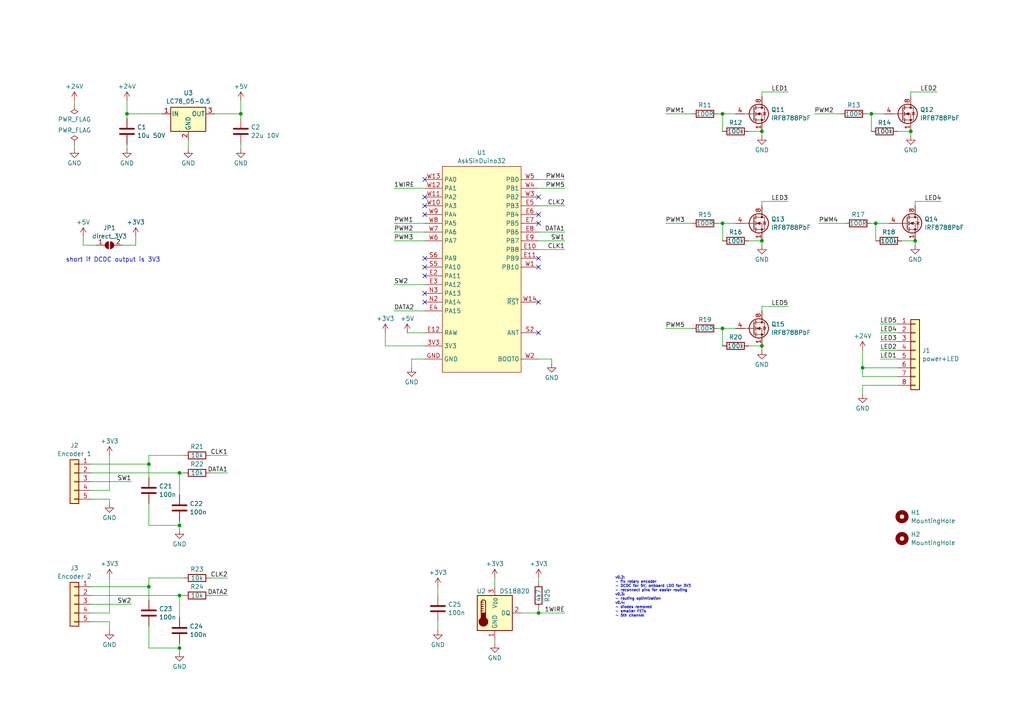
<source format=kicad_sch>
(kicad_sch (version 20230121) (generator eeschema)
  (paper "A4")
  (title_block (title "Dimmer Shield for AskSinDuino32") (date "${myDate}") (rev "${myVersion}"))
  (lib_symbols
    (symbol "Connector_Generic:Conn_01x05" (pin_names (offset 1.016) hide)
      (property "Reference" "J" (at 0 7.62 0))
      (property "Value" "Conn_01x05" (at 0 -7.62 0))
      (symbol "Conn_01x05_1_1"
        (rectangle (start -1.27 -4.953) (end 0 -5.207) (stroke (width 0.1524)))
        (rectangle (start -1.27 -2.413) (end 0 -2.667) (stroke (width 0.1524)))
        (rectangle (start -1.27 0.127) (end 0 -0.127) (stroke (width 0.1524)))
        (rectangle (start -1.27 2.667) (end 0 2.413) (stroke (width 0.1524)))
        (rectangle (start -1.27 5.207) (end 0 4.953) (stroke (width 0.1524)))
        (rectangle (start -1.27 6.35) (end 1.27 -6.35) (stroke (width 0.254)) (fill (type background)))
        (pin passive line (at -5.08 5.08 0) (length 3.81) (name "Pin_1") (number "1"))
        (pin passive line (at -5.08 2.54 0) (length 3.81) (name "Pin_2") (number "2"))
        (pin passive line (at -5.08 0 0) (length 3.81) (name "Pin_3") (number "3"))
        (pin passive line (at -5.08 -2.54 0) (length 3.81) (name "Pin_4") (number "4"))
        (pin passive line (at -5.08 -5.08 0) (length 3.81) (name "Pin_5") (number "5"))
      )
    )
    (symbol "Connector_Generic:Conn_01x08" (pin_names (offset 1.016) hide)
      (property "Reference" "J" (at 0 10.16 0))
      (property "Value" "Conn_01x08" (at 0 -12.7 0))
      (symbol "Conn_01x08_1_1"
        (rectangle (start -1.27 -10.033) (end 0 -10.287) (stroke (width 0.1524)))
        (rectangle (start -1.27 -7.493) (end 0 -7.747) (stroke (width 0.1524)))
        (rectangle (start -1.27 -4.953) (end 0 -5.207) (stroke (width 0.1524)))
        (rectangle (start -1.27 -2.413) (end 0 -2.667) (stroke (width 0.1524)))
        (rectangle (start -1.27 0.127) (end 0 -0.127) (stroke (width 0.1524)))
        (rectangle (start -1.27 2.667) (end 0 2.413) (stroke (width 0.1524)))
        (rectangle (start -1.27 5.207) (end 0 4.953) (stroke (width 0.1524)))
        (rectangle (start -1.27 7.747) (end 0 7.493) (stroke (width 0.1524)))
        (rectangle (start -1.27 8.89) (end 1.27 -11.43) (stroke (width 0.254)) (fill (type background)))
        (pin passive line (at -5.08 7.62 0) (length 3.81) (name "Pin_1") (number "1"))
        (pin passive line (at -5.08 5.08 0) (length 3.81) (name "Pin_2") (number "2"))
        (pin passive line (at -5.08 2.54 0) (length 3.81) (name "Pin_3") (number "3"))
        (pin passive line (at -5.08 0 0) (length 3.81) (name "Pin_4") (number "4"))
        (pin passive line (at -5.08 -2.54 0) (length 3.81) (name "Pin_5") (number "5"))
        (pin passive line (at -5.08 -5.08 0) (length 3.81) (name "Pin_6") (number "6"))
        (pin passive line (at -5.08 -7.62 0) (length 3.81) (name "Pin_7") (number "7"))
        (pin passive line (at -5.08 -10.16 0) (length 3.81) (name "Pin_8") (number "8"))
      )
    )
    (symbol "Device:C" (pin_numbers hide) (pin_names (offset 0.254))
      (property "Reference" "C" (at 0.635 2.54 0))
      (property "Value" "C" (at 0.635 -2.54 0))
      (symbol "C_0_1"
        (polyline (pts (xy -2.032 -0.762) (xy 2.032 -0.762)) (stroke (width 0.508)))
        (polyline (pts (xy -2.032 0.762) (xy 2.032 0.762)) (stroke (width 0.508)))
      )
      (symbol "C_1_1"
        (pin passive line (at 0 3.81 270) (length 2.794) (name "~") (number "1"))
        (pin passive line (at 0 -3.81 90) (length 2.794) (name "~") (number "2"))
      )
    )
    (symbol "Device:R" (pin_numbers hide) (pin_names (offset 0))
      (property "Reference" "R" (at 2.032 0 90))
      (property "Value" "R" (at 0 0 90))
      (symbol "R_0_1"
        (rectangle (start -1.016 -2.54) (end 1.016 2.54) (stroke (width 0.254)))
      )
      (symbol "R_1_1"
        (pin passive line (at 0 3.81 270) (length 1.27) (name "~") (number "1"))
        (pin passive line (at 0 -3.81 90) (length 1.27) (name "~") (number "2"))
      )
    )
    (symbol "Jumper:SolderJumper_2_Open" (pin_names (offset 0) hide)
      (property "Reference" "JP" (at 0 2.032 0))
      (property "Value" "SolderJumper_2_Open" (at 0 -2.54 0))
      (symbol "SolderJumper_2_Open_0_1"
        (arc (start -0.254 1.016) (mid -1.2656 0) (end -0.254 -1.016))
        (arc (start -0.254 1.016) (mid -1.2656 0) (end -0.254 -1.016) (fill (type outline)))
        (polyline (pts (xy -0.254 1.016) (xy -0.254 -1.016)))
        (polyline (pts (xy 0.254 1.016) (xy 0.254 -1.016)))
        (arc (start 0.254 -1.016) (mid 1.2656 0) (end 0.254 1.016))
        (arc (start 0.254 -1.016) (mid 1.2656 0) (end 0.254 1.016) (fill (type outline)))
      )
      (symbol "SolderJumper_2_Open_1_1"
        (pin passive line (at -3.81 0 0) (length 2.54) (name "A") (number "1"))
        (pin passive line (at 3.81 0 180) (length 2.54) (name "B") (number "2"))
      )
    )
    (symbol "Mechanical:MountingHole" (pin_names (offset 1.016))
      (property "Reference" "H" (at 0 5.08 0))
      (property "Value" "MountingHole" (at 0 3.175 0))
      (symbol "MountingHole_0_1"
        (circle (center 0 0) (radius 1.27) (stroke (width 1.27)))
      )
    )
    (symbol "Regulator_Switching:R-78E5.0-0.5" (pin_names (offset 0.254))
      (property "Reference" "U" (at -3.81 3.175 0))
      (property "Value" "R-78E5.0-0.5" (at 0 3.175 0))
      (symbol "R-78E5.0-0.5_0_1"
        (rectangle (start -5.08 1.905) (end 5.08 -5.08) (stroke (width 0.254)) (fill (type background)))
      )
      (symbol "R-78E5.0-0.5_1_1"
        (pin power_in line (at -7.62 0 0) (length 2.54) (name "IN") (number "1"))
        (pin power_in line (at 0 -7.62 90) (length 2.54) (name "GND") (number "2"))
        (pin power_out line (at 7.62 0 180) (length 2.54) (name "OUT") (number "3"))
      )
    )
    (symbol "Sensor_Temperature:DS18B20"
      (property "Reference" "U" (at -3.81 6.35 0))
      (property "Value" "DS18B20" (at 6.35 6.35 0))
      (symbol "DS18B20_0_1"
        (rectangle (start -5.08 5.08) (end 5.08 -5.08) (stroke (width 0.254)) (fill (type background)))
        (circle (center -3.302 -2.54) (radius 1.27) (stroke (width 0.254)) (fill (type outline)))
        (rectangle (start -2.667 -1.905) (end -3.937 0) (stroke (width 0.254)) (fill (type outline)))
        (arc (start -2.667 3.175) (mid -3.302 3.8073) (end -3.937 3.175) (stroke (width 0.254)))
        (polyline (pts (xy -3.937 0.635) (xy -3.302 0.635)) (stroke (width 0.254)))
        (polyline (pts (xy -3.937 1.27) (xy -3.302 1.27)) (stroke (width 0.254)))
        (polyline (pts (xy -3.937 1.905) (xy -3.302 1.905)) (stroke (width 0.254)))
        (polyline (pts (xy -3.937 2.54) (xy -3.302 2.54)) (stroke (width 0.254)))
        (polyline (pts (xy -3.937 3.175) (xy -3.937 0)) (stroke (width 0.254)))
        (polyline (pts (xy -3.937 3.175) (xy -3.302 3.175)) (stroke (width 0.254)))
        (polyline (pts (xy -2.667 3.175) (xy -2.667 0)) (stroke (width 0.254)))
      )
      (symbol "DS18B20_1_1"
        (pin power_in line (at 0 -7.62 90) (length 2.54) (name "GND") (number "1"))
        (pin bidirectional line (at 7.62 0 180) (length 2.54) (name "DQ") (number "2"))
        (pin power_in line (at 0 7.62 270) (length 2.54) (name "V_{DD}") (number "3"))
      )
    )
    (symbol "Transistor_FET:IRF8721PBF-1" (pin_names hide)
      (property "Reference" "Q" (at 5.08 2.54 0))
      (property "Value" "IRF8721PBF-1" (at 5.08 0 0))
      (symbol "IRF8721PBF-1_0_1"
        (polyline (pts (xy 0.254 0) (xy -2.54 0)))
        (polyline (pts (xy 0.254 1.905) (xy 0.254 -1.905)) (stroke (width 0.254)))
        (polyline (pts (xy 0.762 -1.27) (xy 0.762 -2.286)) (stroke (width 0.254)))
        (polyline (pts (xy 0.762 0.508) (xy 0.762 -0.508)) (stroke (width 0.254)))
        (polyline (pts (xy 0.762 2.286) (xy 0.762 1.27)) (stroke (width 0.254)))
        (polyline (pts (xy 2.54 2.54) (xy 2.54 1.778)))
        (polyline (pts (xy 2.54 -2.54) (xy 2.54 0) (xy 0.762 0)))
        (polyline (pts (xy 0.762 -1.778) (xy 3.302 -1.778) (xy 3.302 1.778) (xy 0.762 1.778)))
        (polyline (pts (xy 1.016 0) (xy 2.032 0.381) (xy 2.032 -0.381) (xy 1.016 0)) (fill (type outline)))
        (polyline (pts (xy 2.794 0.508) (xy 2.921 0.381) (xy 3.683 0.381) (xy 3.81 0.254)))
        (polyline (pts (xy 3.302 0.381) (xy 2.921 -0.254) (xy 3.683 -0.254) (xy 3.302 0.381)))
        (circle (center 1.651 0) (radius 2.794) (stroke (width 0.254)))
        (circle (center 2.54 -1.778) (radius 0.254) (fill (type outline)))
        (circle (center 2.54 1.778) (radius 0.254) (fill (type outline)))
      )
      (symbol "IRF8721PBF-1_1_1"
        (pin passive line (at 2.54 -5.08 90) (length 2.54) (name "S") (number "1"))
        (pin passive line (at 2.54 -5.08 90) (length 2.54) hide (name "S") (number "2"))
        (pin passive line (at 2.54 -5.08 90) (length 2.54) hide (name "S") (number "3"))
        (pin input line (at -5.08 0 0) (length 2.54) (name "G") (number "4"))
        (pin passive line (at 2.54 5.08 270) (length 2.54) hide (name "D") (number "5"))
        (pin passive line (at 2.54 5.08 270) (length 2.54) hide (name "D") (number "6"))
        (pin passive line (at 2.54 5.08 270) (length 2.54) hide (name "D") (number "7"))
        (pin passive line (at 2.54 5.08 270) (length 2.54) (name "D") (number "8"))
      )
    )
    (symbol "myRadioModules:AskSinDuino32"
      (property "Reference" "U" (at -10.16 30.48 0))
      (property "Value" "AskSinDuino32" (at 0 -31.75 0))
      (symbol "AskSinDuino32_1_0"
        (pin power_in line (at -16.51 -22.86 0) (length 5.08) (name "3V3") (number "3V3"))
        (pin passive line (at 16.51 5.08 180) (length 5.08) (name "PB8") (number "E10"))
        (pin passive line (at 16.51 2.54 180) (length 5.08) (name "PB9") (number "E11"))
        (pin power_in line (at -16.51 -19.05 0) (length 5.08) (name "RAW") (number "E12"))
        (pin passive line (at -16.51 -2.54 0) (length 5.08) (name "PA11") (number "E2"))
        (pin passive line (at -16.51 -5.08 0) (length 5.08) (name "PA12") (number "E3"))
        (pin passive line (at -16.51 -12.7 0) (length 5.08) (name "PA15") (number "E4"))
        (pin passive line (at 16.51 17.78 180) (length 5.08) (name "PB3") (number "E5"))
        (pin passive line (at 16.51 15.24 180) (length 5.08) (name "PB4") (number "E6"))
        (pin passive line (at 16.51 12.7 180) (length 5.08) (name "PB5") (number "E7"))
        (pin passive line (at 16.51 10.16 180) (length 5.08) (name "PB6") (number "E8"))
        (pin passive line (at 16.51 7.62 180) (length 5.08) (name "PB7") (number "E9"))
        (pin power_in line (at -16.51 -26.67 0) (length 5.08) (name "GND") (number "GND"))
        (pin passive line (at -16.51 -10.16 0) (length 5.08) (name "PA14") (number "N2"))
        (pin passive line (at -16.51 -7.62 0) (length 5.08) (name "PA13") (number "N3"))
        (pin passive line (at 16.51 -19.05 180) (length 5.08) (name "ANT") (number "S2"))
        (pin passive line (at -16.51 0 0) (length 5.08) (name "PA10") (number "S5"))
        (pin passive line (at -16.51 2.54 0) (length 5.08) (name "PA9") (number "S6"))
        (pin passive line (at 16.51 0 180) (length 5.08) (name "PB10") (number "W1"))
        (pin passive line (at -16.51 17.78 0) (length 5.08) (name "PA3") (number "W10"))
        (pin passive line (at -16.51 20.32 0) (length 5.08) (name "PA2") (number "W11"))
        (pin passive line (at -16.51 22.86 0) (length 5.08) (name "PA1") (number "W12"))
        (pin passive line (at -16.51 25.4 0) (length 5.08) (name "PA0") (number "W13"))
        (pin passive line (at 16.51 -26.67 180) (length 5.08) (name "BOOT0") (number "W2"))
        (pin passive line (at 16.51 20.32 180) (length 5.08) (name "PB2") (number "W3"))
        (pin passive line (at 16.51 22.86 180) (length 5.08) (name "PB1") (number "W4"))
        (pin passive line (at -16.51 7.62 0) (length 5.08) (name "PA7") (number "W6"))
        (pin passive line (at -16.51 10.16 0) (length 5.08) (name "PA6") (number "W7"))
        (pin passive line (at -16.51 12.7 0) (length 5.08) (name "PA5") (number "W8"))
        (pin passive line (at -16.51 15.24 0) (length 5.08) (name "PA4") (number "W9"))
      )
      (symbol "AskSinDuino32_1_1"
        (rectangle (start -11.43 29.21) (end 11.43 -30.48) (fill (type background)))
        (pin passive line (at 16.51 -10.16 180) (length 5.08) (name "~{RST}") (number "W14"))
        (pin passive line (at 16.51 25.4 180) (length 5.08) (name "PB0") (number "W5"))
      )
    )
    (symbol "power:+24V" (power) (pin_names (offset 0))
      (property "Value" "+24V" (at 0 3.556 0))
      (symbol "+24V_0_1"
        (polyline (pts (xy -0.762 1.27) (xy 0 2.54)))
        (polyline (pts (xy 0 0) (xy 0 2.54)))
        (polyline (pts (xy 0 2.54) (xy 0.762 1.27)))
      )
      (symbol "+24V_1_1"
        (pin power_in line (at 0 0 90) (length 0) hide (name "+24V") (number "1"))
      )
    )
    (symbol "power:+3V3" (power) (pin_names (offset 0))
      (property "Value" "+3V3" (at 0 3.556 0))
      (symbol "+3V3_0_1"
        (polyline (pts (xy -0.762 1.27) (xy 0 2.54)))
        (polyline (pts (xy 0 0) (xy 0 2.54)))
        (polyline (pts (xy 0 2.54) (xy 0.762 1.27)))
      )
      (symbol "+3V3_1_1"
        (pin power_in line (at 0 0 90) (length 0) hide (name "+3V3") (number "1"))
      )
    )
    (symbol "power:+5V" (power) (pin_names (offset 0))
      (property "Value" "+5V" (at 0 3.556 0))
      (symbol "+5V_0_1"
        (polyline (pts (xy -0.762 1.27) (xy 0 2.54)))
        (polyline (pts (xy 0 0) (xy 0 2.54)))
        (polyline (pts (xy 0 2.54) (xy 0.762 1.27)))
      )
      (symbol "+5V_1_1"
        (pin power_in line (at 0 0 90) (length 0) hide (name "+5V") (number "1"))
      )
    )
    (symbol "power:GND" (power) (pin_names (offset 0))
      (property "Value" "GND" (at 0 -3.81 0))
      (symbol "GND_0_1"
        (polyline (pts (xy 0 0) (xy 0 -1.27) (xy 1.27 -1.27) (xy 0 -2.54) (xy -1.27 -1.27) (xy 0 -1.27)))
      )
      (symbol "GND_1_1"
        (pin power_in line (at 0 0 270) (length 0) hide (name "GND") (number "1"))
      )
    )
    (symbol "power:PWR_FLAG" (power) (pin_numbers hide) (pin_names (offset 0) hide)
      (property "Value" "PWR_FLAG" (at 0 3.81 0))
      (symbol "PWR_FLAG_0_0"
        (pin power_out line (at 0 0 90) (length 0) (name "pwr") (number "1"))
      )
      (symbol "PWR_FLAG_0_1"
        (polyline (pts (xy 0 0) (xy 0 1.27) (xy -1.016 1.905) (xy 0 2.54) (xy 1.016 1.905) (xy 0 1.27)))
      )
    )
  )
  (junction (at 43.18 134.62))
  (junction (at 220.98 69.85))
  (junction (at 209.55 64.77))
  (junction (at 252.73 33.02))
  (junction (at 220.98 38.1))
  (junction (at 264.16 38.1))
  (junction (at 52.07 152.4))
  (junction (at 220.98 100.33))
  (junction (at 69.85 33.02))
  (junction (at 52.07 172.72))
  (junction (at 156.21 177.8))
  (junction (at 52.07 137.16))
  (junction (at 36.83 33.02))
  (junction (at 265.43 69.85))
  (junction (at 209.55 95.25))
  (junction (at 209.55 33.02))
  (junction (at 250.19 106.68))
  (junction (at 43.18 170.18))
  (junction (at 52.07 187.96))
  (junction (at 254 64.77))
  (no_connect (at 123.19 85.09))
  (no_connect (at 123.19 52.07))
  (no_connect (at 156.21 96.52))
  (no_connect (at 123.19 62.23))
  (no_connect (at 123.19 77.47))
  (no_connect (at 123.19 57.15))
  (no_connect (at 156.21 62.23))
  (no_connect (at 123.19 74.93))
  (no_connect (at 156.21 77.47))
  (no_connect (at 156.21 64.77))
  (no_connect (at 156.21 87.63))
  (no_connect (at 156.21 57.15))
  (no_connect (at 156.21 74.93))
  (no_connect (at 123.19 59.69))
  (no_connect (at 123.19 80.01))
  (no_connect (at 123.19 87.63))
  (wire (pts (xy 264.16 38.1) (xy 264.16 39.37)))
  (wire (pts (xy 114.3 64.77) (xy 123.19 64.77)))
  (wire (pts (xy 43.18 134.62) (xy 43.18 138.43)))
  (wire (pts (xy 114.3 90.17) (xy 123.19 90.17)))
  (wire (pts (xy 208.28 95.25) (xy 209.55 95.25)))
  (wire (pts (xy 26.67 142.24) (xy 31.75 142.24)))
  (wire (pts (xy 31.75 144.78) (xy 31.75 146.05)))
  (wire (pts (xy 193.04 33.02) (xy 200.66 33.02)))
  (wire (pts (xy 156.21 69.85) (xy 163.83 69.85)))
  (wire (pts (xy 21.59 41.91) (xy 21.59 43.18)))
  (wire (pts (xy 260.35 106.68) (xy 250.19 106.68)))
  (wire (pts (xy 208.28 64.77) (xy 209.55 64.77)))
  (wire (pts (xy 60.96 167.64) (xy 66.04 167.64)))
  (wire (pts (xy 62.23 33.02) (xy 69.85 33.02)))
  (wire (pts (xy 250.19 109.22) (xy 250.19 106.68)))
  (wire (pts (xy 26.67 137.16) (xy 52.07 137.16)))
  (wire (pts (xy 52.07 153.67) (xy 52.07 152.4)))
  (wire (pts (xy 36.83 34.29) (xy 36.83 33.02)))
  (wire (pts (xy 220.98 88.9) (xy 228.6 88.9)))
  (wire (pts (xy 220.98 27.94) (xy 220.98 26.67)))
  (wire (pts (xy 255.27 101.6) (xy 260.35 101.6)))
  (wire (pts (xy 52.07 189.23) (xy 52.07 187.96)))
  (wire (pts (xy 26.67 139.7) (xy 38.1 139.7)))
  (wire (pts (xy 217.17 69.85) (xy 220.98 69.85)))
  (wire (pts (xy 260.35 38.1) (xy 264.16 38.1)))
  (wire (pts (xy 217.17 38.1) (xy 220.98 38.1)))
  (wire (pts (xy 26.67 180.34) (xy 31.75 180.34)))
  (wire (pts (xy 255.27 93.98) (xy 260.35 93.98)))
  (wire (pts (xy 220.98 100.33) (xy 220.98 101.6)))
  (wire (pts (xy 220.98 26.67) (xy 228.6 26.67)))
  (wire (pts (xy 193.04 95.25) (xy 200.66 95.25)))
  (wire (pts (xy 156.21 177.8) (xy 163.83 177.8)))
  (wire (pts (xy 209.55 95.25) (xy 209.55 100.33)))
  (wire (pts (xy 119.38 104.14) (xy 123.19 104.14)))
  (wire (pts (xy 255.27 104.14) (xy 260.35 104.14)))
  (wire (pts (xy 24.13 68.58) (xy 24.13 71.12)))
  (wire (pts (xy 26.67 170.18) (xy 43.18 170.18)))
  (wire (pts (xy 26.67 134.62) (xy 43.18 134.62)))
  (wire (pts (xy 252.73 33.02) (xy 256.54 33.02)))
  (wire (pts (xy 208.28 33.02) (xy 209.55 33.02)))
  (wire (pts (xy 209.55 95.25) (xy 213.36 95.25)))
  (wire (pts (xy 160.02 105.41) (xy 160.02 104.14)))
  (wire (pts (xy 24.13 71.12) (xy 27.94 71.12)))
  (wire (pts (xy 217.17 100.33) (xy 220.98 100.33)))
  (wire (pts (xy 26.67 175.26) (xy 38.1 175.26)))
  (wire (pts (xy 127 170.18) (xy 127 172.72)))
  (wire (pts (xy 111.76 96.52) (xy 111.76 100.33)))
  (wire (pts (xy 254 64.77) (xy 254 69.85)))
  (wire (pts (xy 265.43 58.42) (xy 273.05 58.42)))
  (wire (pts (xy 250.19 101.6) (xy 250.19 106.68)))
  (wire (pts (xy 209.55 64.77) (xy 209.55 69.85)))
  (wire (pts (xy 35.56 71.12) (xy 39.37 71.12)))
  (wire (pts (xy 156.21 67.31) (xy 163.83 67.31)))
  (wire (pts (xy 251.46 33.02) (xy 252.73 33.02)))
  (wire (pts (xy 36.83 29.21) (xy 36.83 33.02)))
  (wire (pts (xy 255.27 99.06) (xy 260.35 99.06)))
  (wire (pts (xy 193.04 64.77) (xy 200.66 64.77)))
  (wire (pts (xy 255.27 96.52) (xy 260.35 96.52)))
  (wire (pts (xy 209.55 64.77) (xy 213.36 64.77)))
  (wire (pts (xy 52.07 172.72) (xy 53.34 172.72)))
  (wire (pts (xy 220.98 58.42) (xy 228.6 58.42)))
  (wire (pts (xy 209.55 33.02) (xy 209.55 38.1)))
  (wire (pts (xy 220.98 38.1) (xy 220.98 39.37)))
  (wire (pts (xy 39.37 68.58) (xy 39.37 71.12)))
  (wire (pts (xy 31.75 167.64) (xy 31.75 177.8)))
  (wire (pts (xy 209.55 33.02) (xy 213.36 33.02)))
  (wire (pts (xy 114.3 67.31) (xy 123.19 67.31)))
  (wire (pts (xy 252.73 64.77) (xy 254 64.77)))
  (wire (pts (xy 43.18 167.64) (xy 43.18 170.18)))
  (wire (pts (xy 156.21 72.39) (xy 163.83 72.39)))
  (wire (pts (xy 52.07 137.16) (xy 53.34 137.16)))
  (wire (pts (xy 52.07 137.16) (xy 52.07 143.51)))
  (wire (pts (xy 220.98 59.69) (xy 220.98 58.42)))
  (wire (pts (xy 252.73 33.02) (xy 252.73 38.1)))
  (wire (pts (xy 127 180.34) (xy 127 182.88)))
  (wire (pts (xy 220.98 90.17) (xy 220.98 88.9)))
  (wire (pts (xy 119.38 106.68) (xy 119.38 104.14)))
  (wire (pts (xy 220.98 69.85) (xy 220.98 71.12)))
  (wire (pts (xy 260.35 109.22) (xy 250.19 109.22)))
  (wire (pts (xy 254 64.77) (xy 257.81 64.77)))
  (wire (pts (xy 69.85 34.29) (xy 69.85 33.02)))
  (wire (pts (xy 43.18 132.08) (xy 43.18 134.62)))
  (wire (pts (xy 60.96 132.08) (xy 66.04 132.08)))
  (wire (pts (xy 52.07 186.69) (xy 52.07 187.96)))
  (wire (pts (xy 236.22 33.02) (xy 243.84 33.02)))
  (wire (pts (xy 143.51 167.64) (xy 143.51 170.18)))
  (wire (pts (xy 43.18 170.18) (xy 43.18 173.99)))
  (wire (pts (xy 151.13 177.8) (xy 156.21 177.8)))
  (wire (pts (xy 156.21 167.64) (xy 156.21 168.91)))
  (wire (pts (xy 54.61 40.64) (xy 54.61 43.18)))
  (wire (pts (xy 114.3 69.85) (xy 123.19 69.85)))
  (wire (pts (xy 111.76 100.33) (xy 123.19 100.33)))
  (wire (pts (xy 43.18 146.05) (xy 43.18 152.4)))
  (wire (pts (xy 26.67 144.78) (xy 31.75 144.78)))
  (wire (pts (xy 118.11 96.52) (xy 123.19 96.52)))
  (wire (pts (xy 26.67 172.72) (xy 52.07 172.72)))
  (wire (pts (xy 261.62 69.85) (xy 265.43 69.85)))
  (wire (pts (xy 31.75 180.34) (xy 31.75 182.88)))
  (wire (pts (xy 43.18 181.61) (xy 43.18 187.96)))
  (wire (pts (xy 156.21 176.53) (xy 156.21 177.8)))
  (wire (pts (xy 31.75 132.08) (xy 31.75 142.24)))
  (wire (pts (xy 114.3 82.55) (xy 123.19 82.55)))
  (wire (pts (xy 26.67 177.8) (xy 31.75 177.8)))
  (wire (pts (xy 36.83 33.02) (xy 46.99 33.02)))
  (wire (pts (xy 21.59 29.21) (xy 21.59 30.48)))
  (wire (pts (xy 52.07 152.4) (xy 43.18 152.4)))
  (wire (pts (xy 43.18 187.96) (xy 52.07 187.96)))
  (wire (pts (xy 53.34 132.08) (xy 43.18 132.08)))
  (wire (pts (xy 265.43 59.69) (xy 265.43 58.42)))
  (wire (pts (xy 237.49 64.77) (xy 245.11 64.77)))
  (wire (pts (xy 52.07 172.72) (xy 52.07 179.07)))
  (wire (pts (xy 114.3 54.61) (xy 123.19 54.61)))
  (wire (pts (xy 52.07 151.13) (xy 52.07 152.4)))
  (wire (pts (xy 156.21 52.07) (xy 163.83 52.07)))
  (wire (pts (xy 156.21 54.61) (xy 163.83 54.61)))
  (wire (pts (xy 143.51 185.42) (xy 143.51 186.69)))
  (wire (pts (xy 69.85 41.91) (xy 69.85 43.18)))
  (wire (pts (xy 264.16 26.67) (xy 271.78 26.67)))
  (wire (pts (xy 36.83 41.91) (xy 36.83 43.18)))
  (wire (pts (xy 53.34 167.64) (xy 43.18 167.64)))
  (wire (pts (xy 250.19 111.76) (xy 250.19 114.3)))
  (wire (pts (xy 250.19 111.76) (xy 260.35 111.76)))
  (wire (pts (xy 264.16 27.94) (xy 264.16 26.67)))
  (wire (pts (xy 160.02 104.14) (xy 156.21 104.14)))
  (wire (pts (xy 60.96 137.16) (xy 66.04 137.16)))
  (wire (pts (xy 265.43 69.85) (xy 265.43 71.12)))
  (wire (pts (xy 69.85 33.02) (xy 69.85 29.21)))
  (wire (pts (xy 60.96 172.72) (xy 66.04 172.72)))
  (wire (pts (xy 156.21 59.69) (xy 163.83 59.69)))
  (text_box "v0.2:\n- fix rotary encoder\n- DCDC for 5V, onboard LDO for 3V3\n- reconnect pins for easier routing\nv0.3:\n- routing optimization\nv0.4:\n- diodes removed\n- smaller FETs\n- 5th channel" (at 177.8 166.37 0) (size 52.07 15.24) (stroke (width -0.0001)) (effects (font (size 0.762 0.762)) (justify left top)))
  (text "short if DCDC output is 3V3" (at 19.05 76.2 0) (effects (font (size 1.27 1.27)) (justify left bottom)))
  (label "PWM5" (at 163.83 54.61 180))
  (label "LED4" (at 273.05 58.42 180))
  (label "PWM3" (at 114.3 69.85 0))
  (label "CLK2" (at 66.04 167.64 180))
  (label "PWM2" (at 236.22 33.02 0))
  (label "1WIRE" (at 163.83 177.8 180))
  (label "PWM5" (at 193.04 95.25 0))
  (label "LED1" (at 228.6 26.67 180))
  (label "PWM4" (at 237.49 64.77 0))
  (label "PWM2" (at 114.3 67.31 0))
  (label "DATA2" (at 66.04 172.72 180))
  (label "LED5" (at 228.6 88.9 180))
  (label "PWM1" (at 114.3 64.77 0))
  (label "DATA2" (at 114.3 90.17 0))
  (label "LED2" (at 255.27 101.6 0))
  (label "PWM4" (at 163.83 52.07 180))
  (label "1WIRE" (at 114.3 54.61 0))
  (label "LED1" (at 255.27 104.14 0))
  (label "LED4" (at 255.27 96.52 0))
  (label "DATA1" (at 66.04 137.16 180))
  (label "SW2" (at 38.1 175.26 180))
  (label "LED5" (at 255.27 93.98 0))
  (label "LED3" (at 255.27 99.06 0))
  (label "LED2" (at 271.78 26.67 180))
  (label "CLK2" (at 163.83 59.69 180))
  (label "PWM1" (at 193.04 33.02 0))
  (label "CLK1" (at 163.83 72.39 180))
  (label "PWM3" (at 193.04 64.77 0))
  (label "SW1" (at 163.83 69.85 180))
  (label "SW2" (at 114.3 82.55 0))
  (label "SW1" (at 38.1 139.7 180))
  (label "LED3" (at 228.6 58.42 180))
  (label "CLK1" (at 66.04 132.08 180))
  (label "DATA1" (at 163.83 67.31 180))
  (symbol (lib_id "power:+3V3") (at 31.75 167.64 0) (unit 1)
    (property "Reference" "#PWR031" (effects hide))
    (property "Value" "+3V3" (at 31.75 163.5069 0))
  )
  (symbol (lib_id "Device:R") (at 248.92 64.77 90) (unit 1)
    (property "Reference" "R17" (at 248.92 62.23 90))
    (property "Value" "100R" (at 248.92 64.77 90))
    (property "Footprint" "Resistor_SMD:R_0805_2012Metric_Pad1.20x1.40mm_HandSolder" (effects hide))
  )
  (symbol (lib_id "Device:R") (at 256.54 38.1 270) (unit 1)
    (property "Reference" "R14" (at 256.54 35.56 90))
    (property "Value" "100k" (at 256.54 38.1 90))
    (property "Footprint" "Resistor_SMD:R_0805_2012Metric_Pad1.20x1.40mm_HandSolder" (effects hide))
  )
  (symbol (lib_id "Regulator_Switching:R-78E5.0-0.5") (at 54.61 33.02 0) (unit 1)
    (property "Reference" "U3" (at 54.61 26.9707 0))
    (property "Value" "LC78_05-0.5" (at 54.61 29.3949 0))
    (property "Footprint" "myPowerModules:SIP3_11.6x6.0mm" (effects hide))
    (property "Datasheet" "https://gaptec-electronic.com/datenblaetter/LC78_0.5.pdf" (effects hide))
  )
  (symbol (lib_id "power:GND") (at 143.51 186.69 0) (unit 1)
    (property "Reference" "#PWR01" (effects hide))
    (property "Value" "GND" (at 143.51 190.8231 0))
  )
  (symbol (lib_id "power:+24V") (at 21.59 29.21 0) (unit 1)
    (property "Reference" "#PWR024" (effects hide))
    (property "Value" "+24V" (at 21.59 25.0769 0))
  )
  (symbol (lib_id "power:GND") (at 265.43 71.12 0) (unit 1)
    (property "Reference" "#PWR011" (effects hide))
    (property "Value" "GND" (at 265.43 75.2531 0))
  )
  (symbol (lib_id "Device:R") (at 57.15 132.08 90) (unit 1)
    (property "Reference" "R21" (at 57.15 129.54 90))
    (property "Value" "10k" (at 57.15 132.08 90))
    (property "Footprint" "Resistor_SMD:R_0805_2012Metric_Pad1.20x1.40mm_HandSolder" (effects hide))
  )
  (symbol (lib_id "power:+3V3") (at 156.21 167.64 0) (unit 1)
    (property "Reference" "#PWR027" (effects hide))
    (property "Value" "+3V3" (at 156.21 163.5069 0))
  )
  (symbol (lib_id "power:GND") (at 220.98 101.6 0) (unit 1)
    (property "Reference" "#PWR020" (effects hide))
    (property "Value" "GND" (at 220.98 105.7331 0))
  )
  (symbol (lib_id "power:GND") (at 250.19 114.3 0) (unit 1)
    (property "Reference" "#PWR019" (effects hide))
    (property "Value" "GND" (at 250.19 118.4331 0))
  )
  (symbol (lib_id "Device:C") (at 69.85 38.1 0) (unit 1)
    (property "Reference" "C2" (at 72.771 36.8879 0) (effects (justify left)))
    (property "Value" "22u 10V" (at 72.771 39.3121 0) (effects (justify left)))
    (property "Footprint" "Capacitor_SMD:C_1206_3216Metric_Pad1.33x1.80mm_HandSolder" (effects hide))
  )
  (symbol (lib_id "Device:R") (at 204.47 33.02 90) (unit 1)
    (property "Reference" "R11" (at 204.47 30.48 90))
    (property "Value" "100R" (at 204.47 33.02 90))
    (property "Footprint" "Resistor_SMD:R_0805_2012Metric_Pad1.20x1.40mm_HandSolder" (effects hide))
  )
  (symbol (lib_id "Transistor_FET:IRF8721PBF-1") (at 218.44 64.77 0) (unit 1)
    (property "Reference" "Q13" (at 223.647 63.5579 0) (effects (justify left)))
    (property "Value" "IRF8788PbF" (at 223.647 65.9821 0) (effects (justify left)))
    (property "Footprint" "Package_SO:SOIC-8_3.9x4.9mm_P1.27mm" (effects hide))
    (property "Datasheet" "https://www.infineon.com/dgdl/irf8788pbf.pdf" (effects hide))
  )
  (symbol (lib_id "Device:R") (at 247.65 33.02 90) (unit 1)
    (property "Reference" "R13" (at 247.65 30.48 90))
    (property "Value" "100R" (at 247.65 33.02 90))
    (property "Footprint" "Resistor_SMD:R_0805_2012Metric_Pad1.20x1.40mm_HandSolder" (effects hide))
  )
  (symbol (lib_id "Device:C") (at 36.83 38.1 0) (unit 1)
    (property "Reference" "C1" (at 39.751 36.8879 0) (effects (justify left)))
    (property "Value" "10u 50V" (at 39.751 39.3121 0) (effects (justify left)))
    (property "Footprint" "Capacitor_SMD:C_1210_3225Metric_Pad1.33x2.70mm_HandSolder" (effects hide))
  )
  (symbol (lib_id "power:GND") (at 160.02 105.41 0) (unit 1)
    (property "Reference" "#PWR08" (effects hide))
    (property "Value" "GND" (at 160.02 109.5431 0))
  )
  (symbol (lib_id "Device:R") (at 213.36 100.33 270) (unit 1)
    (property "Reference" "R20" (at 213.36 97.79 90))
    (property "Value" "100k" (at 213.36 100.33 90))
    (property "Footprint" "Resistor_SMD:R_0805_2012Metric_Pad1.20x1.40mm_HandSolder" (effects hide))
  )
  (symbol (lib_id "power:+3V3") (at 143.51 167.64 0) (unit 1)
    (property "Reference" "#PWR04" (effects hide))
    (property "Value" "+3V3" (at 143.51 163.5069 0))
  )
  (symbol (lib_id "power:+24V") (at 36.83 29.21 0) (unit 1)
    (property "Reference" "#PWR015" (effects hide))
    (property "Value" "+24V" (at 36.83 25.0769 0))
  )
  (symbol (lib_id "power:GND") (at 119.38 106.68 0) (unit 1)
    (property "Reference" "#PWR06" (effects hide))
    (property "Value" "GND" (at 119.38 110.8131 0))
  )
  (symbol (lib_id "power:GND") (at 21.59 43.18 0) (unit 1)
    (property "Reference" "#PWR025" (effects hide))
    (property "Value" "GND" (at 21.59 47.3131 0))
  )
  (symbol (lib_id "Device:C") (at 127 176.53 0) (unit 1)
    (property "Reference" "C25" (at 129.921 175.3179 0) (effects (justify left)))
    (property "Value" "100n" (at 129.921 177.7421 0) (effects (justify left)))
    (property "Footprint" "Capacitor_SMD:C_0805_2012Metric_Pad1.18x1.45mm_HandSolder" (effects hide))
  )
  (symbol (lib_id "power:+5V") (at 24.13 68.58 0) (unit 1)
    (property "Reference" "#PWR033" (effects hide))
    (property "Value" "+5V" (at 24.13 64.4469 0))
  )
  (symbol (lib_id "Connector_Generic:Conn_01x08") (at 265.43 101.6 0) (unit 1)
    (property "Reference" "J1" (at 267.462 101.6579 0) (effects (justify left)))
    (property "Value" "power+LED" (at 267.462 104.0821 0) (effects (justify left)))
    (property "Footprint" "Wago-P-250:P-250-208" (effects hide))
  )
  (symbol (lib_id "power:+3V3") (at 111.76 96.52 0) (unit 1)
    (property "Reference" "#PWR05" (effects hide))
    (property "Value" "+3V3" (at 111.76 92.3869 0))
  )
  (symbol (lib_id "Device:R") (at 213.36 69.85 270) (unit 1)
    (property "Reference" "R16" (at 213.36 67.31 90))
    (property "Value" "100k" (at 213.36 69.85 90))
    (property "Footprint" "Resistor_SMD:R_0805_2012Metric_Pad1.20x1.40mm_HandSolder" (effects hide))
  )
  (symbol (lib_id "Device:C") (at 43.18 177.8 0) (unit 1)
    (property "Reference" "C23" (at 46.101 176.5879 0) (effects (justify left)))
    (property "Value" "100n" (at 46.101 179.0121 0) (effects (justify left)))
    (property "Footprint" "Capacitor_SMD:C_0805_2012Metric_Pad1.18x1.45mm_HandSolder" (effects hide))
  )
  (symbol (lib_id "power:GND") (at 264.16 39.37 0) (unit 1)
    (property "Reference" "#PWR09" (effects hide))
    (property "Value" "GND" (at 264.16 43.5031 0))
  )
  (symbol (lib_id "power:GND") (at 54.61 43.18 0) (unit 1)
    (property "Reference" "#PWR07" (effects hide))
    (property "Value" "GND" (at 54.61 47.3131 0))
  )
  (symbol (lib_id "power:GND") (at 69.85 43.18 0) (unit 1)
    (property "Reference" "#PWR034" (effects hide))
    (property "Value" "GND" (at 69.85 47.3131 0))
  )
  (symbol (lib_id "power:GND") (at 220.98 39.37 0) (unit 1)
    (property "Reference" "#PWR02" (effects hide))
    (property "Value" "GND" (at 220.98 43.5031 0))
  )
  (symbol (lib_id "Device:R") (at 204.47 95.25 90) (unit 1)
    (property "Reference" "R19" (at 204.47 92.71 90))
    (property "Value" "100R" (at 204.47 95.25 90))
    (property "Footprint" "Resistor_SMD:R_0805_2012Metric_Pad1.20x1.40mm_HandSolder" (effects hide))
  )
  (symbol (lib_id "myRadioModules:AskSinDuino32") (at 139.7 77.47 0) (unit 1)
    (property "Reference" "U1" (at 139.7 44.2427 0))
    (property "Value" "AskSinDuino32" (at 139.7 46.6669 0))
    (property "Footprint" "myRadioModules:AskSinDuino32" (effects hide))
  )
  (symbol (lib_id "power:+3V3") (at 31.75 132.08 0) (unit 1)
    (property "Reference" "#PWR029" (effects hide))
    (property "Value" "+3V3" (at 31.75 127.9469 0))
  )
  (symbol (lib_id "Device:R") (at 257.81 69.85 270) (unit 1)
    (property "Reference" "R18" (at 257.81 67.31 90))
    (property "Value" "100k" (at 257.81 69.85 90))
    (property "Footprint" "Resistor_SMD:R_0805_2012Metric_Pad1.20x1.40mm_HandSolder" (effects hide))
  )
  (symbol (lib_id "Device:R") (at 57.15 137.16 90) (unit 1)
    (property "Reference" "R22" (at 57.15 134.62 90))
    (property "Value" "10k" (at 57.15 137.16 90))
    (property "Footprint" "Resistor_SMD:R_0805_2012Metric_Pad1.20x1.40mm_HandSolder" (effects hide))
  )
  (symbol (lib_id "Connector_Generic:Conn_01x05") (at 21.59 139.7 0) (mirror y) (unit 1)
    (property "Reference" "J2" (at 21.59 129.2057 0))
    (property "Value" "Encoder 1" (at 21.59 131.6299 0))
    (property "Footprint" "Connector_PinHeader_2.54mm:PinHeader_1x05_P2.54mm_Vertical" (effects hide))
  )
  (symbol (lib_id "Connector_Generic:Conn_01x05") (at 21.59 175.26 0) (mirror y) (unit 1)
    (property "Reference" "J3" (at 21.59 164.7657 0))
    (property "Value" "Encoder 2" (at 21.59 167.1899 0))
    (property "Footprint" "Connector_PinHeader_2.54mm:PinHeader_1x05_P2.54mm_Vertical" (effects hide))
  )
  (symbol (lib_id "Device:C") (at 52.07 182.88 0) (unit 1)
    (property "Reference" "C24" (at 54.991 181.6679 0) (effects (justify left)))
    (property "Value" "100n" (at 54.991 184.0921 0) (effects (justify left)))
    (property "Footprint" "Capacitor_SMD:C_0805_2012Metric_Pad1.18x1.45mm_HandSolder" (effects hide))
  )
  (symbol (lib_id "power:GND") (at 31.75 146.05 0) (unit 1)
    (property "Reference" "#PWR028" (effects hide))
    (property "Value" "GND" (at 31.75 150.1831 0))
  )
  (symbol (lib_id "Device:R") (at 156.21 172.72 0) (unit 1)
    (property "Reference" "R25" (at 158.75 172.72 90))
    (property "Value" "4k7" (at 156.21 172.72 90))
    (property "Footprint" "Resistor_SMD:R_0805_2012Metric_Pad1.20x1.40mm_HandSolder" (effects hide))
  )
  (symbol (lib_id "power:+3V3") (at 127 170.18 0) (unit 1)
    (property "Reference" "#PWR016" (effects hide))
    (property "Value" "+3V3" (at 127 166.0469 0))
  )
  (symbol (lib_id "power:GND") (at 220.98 71.12 0) (unit 1)
    (property "Reference" "#PWR010" (effects hide))
    (property "Value" "GND" (at 220.98 75.2531 0))
  )
  (symbol (lib_id "Transistor_FET:IRF8721PBF-1") (at 218.44 95.25 0) (unit 1)
    (property "Reference" "Q15" (at 223.647 94.0379 0) (effects (justify left)))
    (property "Value" "IRF8788PbF" (at 223.647 96.4621 0) (effects (justify left)))
    (property "Footprint" "Package_SO:SOIC-8_3.9x4.9mm_P1.27mm" (effects hide))
    (property "Datasheet" "https://www.infineon.com/dgdl/irf8788pbf.pdf" (effects hide))
  )
  (symbol (lib_id "power:GND") (at 36.83 43.18 0) (unit 1)
    (property "Reference" "#PWR014" (effects hide))
    (property "Value" "GND" (at 36.83 47.3131 0))
  )
  (symbol (lib_id "Transistor_FET:IRF8721PBF-1") (at 261.62 33.02 0) (unit 1)
    (property "Reference" "Q12" (at 266.827 31.8079 0) (effects (justify left)))
    (property "Value" "IRF8788PbF" (at 266.827 34.2321 0) (effects (justify left)))
    (property "Footprint" "Package_SO:SOIC-8_3.9x4.9mm_P1.27mm" (effects hide))
    (property "Datasheet" "https://www.infineon.com/dgdl/irf8788pbf.pdf" (effects hide))
  )
  (symbol (lib_id "Device:R") (at 204.47 64.77 90) (unit 1)
    (property "Reference" "R15" (at 204.47 62.23 90))
    (property "Value" "100R" (at 204.47 64.77 90))
    (property "Footprint" "Resistor_SMD:R_0805_2012Metric_Pad1.20x1.40mm_HandSolder" (effects hide))
  )
  (symbol (lib_id "power:PWR_FLAG") (at 21.59 30.48 180) (unit 1)
    (property "Reference" "#FLG01" (effects hide))
    (property "Value" "PWR_FLAG" (at 21.59 34.6131 0))
  )
  (symbol (lib_id "Sensor_Temperature:DS18B20") (at 143.51 177.8 0) (unit 1)
    (property "Reference" "U2" (at 140.97 171.45 0) (effects (justify right)))
    (property "Value" "DS18B20" (at 153.67 171.45 0) (effects (justify right)))
    (property "Footprint" "Package_TO_SOT_THT:TO-92_Inline" (effects hide))
    (property "Datasheet" "http://datasheets.maximintegrated.com/en/ds/DS18B20.pdf" (effects hide))
  )
  (symbol (lib_id "power:+24V") (at 250.19 101.6 0) (unit 1)
    (property "Reference" "#PWR018" (effects hide))
    (property "Value" "+24V" (at 250.19 97.4669 0))
  )
  (symbol (lib_id "Mechanical:MountingHole") (at 261.62 156.21 0) (unit 1)
    (property "Reference" "H2" (at 264.16 154.9979 0) (effects (justify left)))
    (property "Value" "MountingHole" (at 264.16 157.4221 0) (effects (justify left)))
    (property "Footprint" "MountingHole:MountingHole_3.5mm" (effects hide))
  )
  (symbol (lib_id "power:GND") (at 52.07 153.67 0) (unit 1)
    (property "Reference" "#PWR012" (effects hide))
    (property "Value" "GND" (at 52.07 157.8031 0))
  )
  (symbol (lib_id "Jumper:SolderJumper_2_Open") (at 31.75 71.12 0) (unit 1)
    (property "Reference" "JP1" (at 31.75 66.0867 0))
    (property "Value" "direct_3V3" (at 31.75 68.5109 0))
    (property "Footprint" "Jumper:SolderJumper-2_P1.3mm_Open_RoundedPad1.0x1.5mm" (effects hide))
  )
  (symbol (lib_id "power:+3V3") (at 39.37 68.58 0) (unit 1)
    (property "Reference" "#PWR032" (effects hide))
    (property "Value" "+3V3" (at 39.37 64.4469 0))
  )
  (symbol (lib_id "Transistor_FET:IRF8721PBF-1") (at 218.44 33.02 0) (unit 1)
    (property "Reference" "Q11" (at 223.647 31.8079 0) (effects (justify left)))
    (property "Value" "IRF8788PbF" (at 223.647 34.2321 0) (effects (justify left)))
    (property "Footprint" "Package_SO:SOIC-8_3.9x4.9mm_P1.27mm" (effects hide))
    (property "Datasheet" "https://www.infineon.com/dgdl/irf8788pbf.pdf" (effects hide))
  )
  (symbol (lib_id "power:PWR_FLAG") (at 21.59 41.91 0) (unit 1)
    (property "Reference" "#FLG02" (effects hide))
    (property "Value" "PWR_FLAG" (at 21.59 37.7769 0))
  )
  (symbol (lib_id "power:GND") (at 127 182.88 0) (unit 1)
    (property "Reference" "#PWR017" (effects hide))
    (property "Value" "GND" (at 127 187.0131 0))
  )
  (symbol (lib_id "Transistor_FET:IRF8721PBF-1") (at 262.89 64.77 0) (unit 1)
    (property "Reference" "Q14" (at 268.097 63.5579 0) (effects (justify left)))
    (property "Value" "IRF8788PbF" (at 268.097 65.9821 0) (effects (justify left)))
    (property "Footprint" "Package_SO:SOIC-8_3.9x4.9mm_P1.27mm" (effects hide))
    (property "Datasheet" "https://www.infineon.com/dgdl/irf8788pbf.pdf" (effects hide))
  )
  (symbol (lib_id "Device:C") (at 52.07 147.32 0) (unit 1)
    (property "Reference" "C22" (at 54.991 146.1079 0) (effects (justify left)))
    (property "Value" "100n" (at 54.991 148.5321 0) (effects (justify left)))
    (property "Footprint" "Capacitor_SMD:C_0805_2012Metric_Pad1.18x1.45mm_HandSolder" (effects hide))
  )
  (symbol (lib_id "Mechanical:MountingHole") (at 261.62 149.86 0) (unit 1)
    (property "Reference" "H1" (at 264.16 148.6479 0) (effects (justify left)))
    (property "Value" "MountingHole" (at 264.16 151.0721 0) (effects (justify left)))
    (property "Footprint" "MountingHole:MountingHole_3.2mm_M3" (effects hide))
  )
  (symbol (lib_id "Device:R") (at 57.15 172.72 90) (unit 1)
    (property "Reference" "R24" (at 57.15 170.18 90))
    (property "Value" "10k" (at 57.15 172.72 90))
    (property "Footprint" "Resistor_SMD:R_0805_2012Metric_Pad1.20x1.40mm_HandSolder" (effects hide))
  )
  (symbol (lib_id "Device:R") (at 213.36 38.1 270) (unit 1)
    (property "Reference" "R12" (at 213.36 35.56 90))
    (property "Value" "100k" (at 213.36 38.1 90))
    (property "Footprint" "Resistor_SMD:R_0805_2012Metric_Pad1.20x1.40mm_HandSolder" (effects hide))
  )
  (symbol (lib_id "power:+5V") (at 118.11 96.52 0) (unit 1)
    (property "Reference" "#PWR026" (effects hide))
    (property "Value" "+5V" (at 118.11 92.3869 0))
  )
  (symbol (lib_id "Device:C") (at 43.18 142.24 0) (unit 1)
    (property "Reference" "C21" (at 46.101 141.0279 0) (effects (justify left)))
    (property "Value" "100n" (at 46.101 143.4521 0) (effects (justify left)))
    (property "Footprint" "Capacitor_SMD:C_0805_2012Metric_Pad1.18x1.45mm_HandSolder" (effects hide))
  )
  (symbol (lib_id "power:GND") (at 31.75 182.88 0) (unit 1)
    (property "Reference" "#PWR030" (effects hide))
    (property "Value" "GND" (at 31.75 187.0131 0))
  )
  (symbol (lib_id "power:+5V") (at 69.85 29.21 0) (unit 1)
    (property "Reference" "#PWR03" (effects hide))
    (property "Value" "+5V" (at 69.85 25.0769 0))
  )
  (symbol (lib_id "power:GND") (at 52.07 189.23 0) (unit 1)
    (property "Reference" "#PWR013" (effects hide))
    (property "Value" "GND" (at 52.07 193.3631 0))
  )
  (symbol (lib_id "Device:R") (at 57.15 167.64 90) (unit 1)
    (property "Reference" "R23" (at 57.15 165.1 90))
    (property "Value" "10k" (at 57.15 167.64 90))
    (property "Footprint" "Resistor_SMD:R_0805_2012Metric_Pad1.20x1.40mm_HandSolder" (effects hide))
  )
)
</source>
